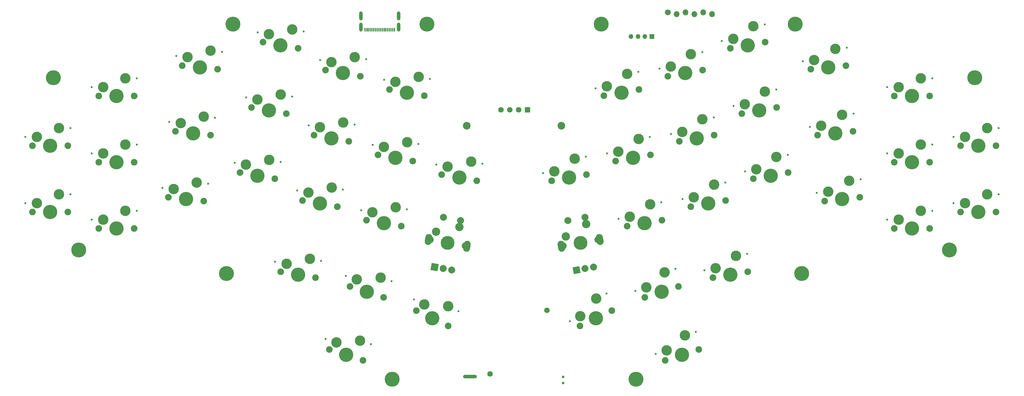
<source format=gts>
%TF.GenerationSoftware,KiCad,Pcbnew,(5.1.10)-1*%
%TF.CreationDate,2021-05-20T23:11:24+09:00*%
%TF.ProjectId,yacc46,79616363-3436-42e6-9b69-6361645f7063,rev?*%
%TF.SameCoordinates,Original*%
%TF.FileFunction,Soldermask,Top*%
%TF.FilePolarity,Negative*%
%FSLAX46Y46*%
G04 Gerber Fmt 4.6, Leading zero omitted, Abs format (unit mm)*
G04 Created by KiCad (PCBNEW (5.1.10)-1) date 2021-05-20 23:11:24*
%MOMM*%
%LPD*%
G01*
G04 APERTURE LIST*
%ADD10O,1.000000X2.550000*%
%ADD11R,0.300000X1.100000*%
%ADD12C,1.600000*%
%ADD13R,1.600000X1.600000*%
%ADD14C,4.100000*%
%ADD15C,1.900000*%
%ADD16C,3.000000*%
%ADD17C,0.600000*%
%ADD18O,4.000000X1.000000*%
%ADD19C,4.300000*%
%ADD20C,2.200000*%
%ADD21O,1.700000X1.700000*%
%ADD22C,1.700000*%
%ADD23R,1.350000X1.350000*%
%ADD24O,1.350000X1.350000*%
%ADD25C,2.400000*%
%ADD26C,3.987800*%
%ADD27C,2.000000*%
%ADD28C,0.100000*%
%ADD29C,0.750000*%
G04 APERTURE END LIST*
D10*
%TO.C,J1*%
X123000000Y-31730000D03*
X133800000Y-31730000D03*
X123000000Y-28500000D03*
X133800000Y-28500000D03*
D11*
X124650000Y-32450000D03*
X124150000Y-32450000D03*
X125650000Y-32450000D03*
X126650000Y-32450000D03*
X125150000Y-32450000D03*
X126150000Y-32450000D03*
X127650000Y-32450000D03*
X127150000Y-32450000D03*
X128650000Y-32450000D03*
X128150000Y-32450000D03*
X129650000Y-32450000D03*
X129150000Y-32450000D03*
X130650000Y-32450000D03*
X130150000Y-32450000D03*
X131650000Y-32450000D03*
X131150000Y-32450000D03*
X132150000Y-32450000D03*
X132650000Y-32450000D03*
%TD*%
D12*
%TO.C,ST1*%
X160100000Y-131500000D03*
X176400000Y-113200000D03*
%TD*%
%TO.C,J2*%
X163190000Y-55530000D03*
X165730000Y-55530000D03*
X168270000Y-55530000D03*
D13*
X170810000Y-55530000D03*
%TD*%
D14*
%TO.C,SW29*%
X182763670Y-75010850D03*
D15*
X187766493Y-74128717D03*
X177760847Y-75892983D03*
D16*
X178570486Y-73171038D03*
X184382949Y-69566960D03*
D17*
X187634784Y-68993574D03*
X175345241Y-73739736D03*
%TD*%
D18*
%TO.C,HOLE_ST*%
X154300000Y-132200000D03*
%TD*%
D19*
%TO.C,H1*%
X132000000Y-132949999D03*
%TD*%
%TO.C,H2*%
X84400000Y-102550000D03*
%TD*%
%TO.C,H3*%
X42000000Y-95800000D03*
%TD*%
%TO.C,H4*%
X34700000Y-46250000D03*
%TD*%
%TO.C,H5*%
X86250000Y-30850000D03*
%TD*%
%TO.C,H6*%
X142000000Y-30900000D03*
%TD*%
%TO.C,H7*%
X192000000Y-30900000D03*
%TD*%
%TO.C,H8*%
X247750000Y-30850000D03*
%TD*%
%TO.C,H9*%
X299300000Y-46250000D03*
%TD*%
%TO.C,H10*%
X292000000Y-95800000D03*
%TD*%
%TO.C,H11*%
X249600000Y-102550000D03*
%TD*%
%TO.C,H12*%
X202000000Y-132949998D03*
%TD*%
D20*
%TO.C,H13*%
X153400000Y-60100000D03*
%TD*%
%TO.C,H14*%
X180600000Y-60100000D03*
%TD*%
D21*
%TO.C,J4*%
X223824800Y-27965400D03*
X221284800Y-27508200D03*
X218744800Y-27965400D03*
X216204800Y-27508200D03*
X213664800Y-27965400D03*
D22*
X211124800Y-27508200D03*
%TD*%
D23*
%TO.C,J5*%
X206552800Y-34391600D03*
D24*
X204552800Y-34391600D03*
X202552800Y-34391600D03*
X200552800Y-34391600D03*
%TD*%
D14*
%TO.C,SW1*%
X52800000Y-51575000D03*
D15*
X57880000Y-51575000D03*
X47720000Y-51575000D03*
D16*
X48990000Y-49035000D03*
X55340000Y-46495000D03*
D17*
X58642000Y-46495000D03*
X45715000Y-49035000D03*
%TD*%
%TO.C,SW2*%
X69995304Y-40039858D03*
X83116991Y-38865012D03*
D16*
X79833079Y-38519859D03*
X73252363Y-40382189D03*
D15*
X71723818Y-42775523D03*
X81828160Y-43837533D03*
D14*
X76775989Y-43306528D03*
%TD*%
D17*
%TO.C,SW3*%
X93380267Y-33214266D03*
X106551944Y-32957604D03*
D16*
X103300108Y-32384218D03*
X96605513Y-33782964D03*
D15*
X94913741Y-36063842D03*
X104919387Y-37828108D03*
D14*
X99916564Y-36945975D03*
%TD*%
%TO.C,SW4*%
X117850152Y-44944120D03*
D15*
X122852975Y-45826253D03*
X112847329Y-44061987D03*
D16*
X114539101Y-41781109D03*
X121233696Y-40382363D03*
D17*
X124485532Y-40955749D03*
X111313855Y-41212411D03*
%TD*%
%TO.C,SW5*%
X129660943Y-46865482D03*
X142832620Y-46608820D03*
D16*
X139580784Y-46035434D03*
X132886189Y-47434180D03*
D15*
X131194417Y-49715058D03*
X141200063Y-51479324D03*
D14*
X136197240Y-50597191D03*
%TD*%
%TO.C,SW6*%
X33750000Y-65862500D03*
D15*
X38830000Y-65862500D03*
X28670000Y-65862500D03*
D16*
X29940000Y-63322500D03*
X36290000Y-60782500D03*
D17*
X39592000Y-60782500D03*
X26665000Y-63322500D03*
%TD*%
%TO.C,SW7*%
X45715000Y-68085000D03*
X58642000Y-65545000D03*
D16*
X55340000Y-65545000D03*
X48990000Y-68085000D03*
D15*
X47720000Y-70625000D03*
X57880000Y-70625000D03*
D14*
X52800000Y-70625000D03*
%TD*%
D17*
%TO.C,SW8*%
X68004036Y-58985500D03*
X81125723Y-57810654D03*
D16*
X77841811Y-57465501D03*
X71261095Y-59327831D03*
D15*
X69732550Y-61721165D03*
X79836892Y-62783175D03*
D14*
X74784721Y-62252170D03*
%TD*%
%TO.C,SW9*%
X96608566Y-55706563D03*
D15*
X101611389Y-56588696D03*
X91605743Y-54824430D03*
D16*
X93297515Y-52543552D03*
X99992110Y-51144806D03*
D17*
X103243946Y-51718192D03*
X90072269Y-51974854D03*
%TD*%
%TO.C,SW10*%
X108005857Y-59972999D03*
X121177534Y-59716337D03*
D16*
X117925698Y-59142951D03*
X111231103Y-60541697D03*
D15*
X109539331Y-62822575D03*
X119544977Y-64586841D03*
D14*
X114542154Y-63704708D03*
%TD*%
D17*
%TO.C,SW11*%
X126352945Y-65626070D03*
X139524622Y-65369408D03*
D16*
X136272786Y-64796022D03*
X129578191Y-66194768D03*
D15*
X127886419Y-68475646D03*
X137892065Y-70239912D03*
D14*
X132889242Y-69357779D03*
%TD*%
%TO.C,SW12*%
X151236330Y-75010850D03*
D15*
X156239153Y-75892983D03*
X146233507Y-74128717D03*
D16*
X147925279Y-71847839D03*
X154619874Y-70449093D03*
D17*
X157871710Y-71022479D03*
X144700033Y-71279141D03*
%TD*%
D14*
%TO.C,SW13*%
X33750000Y-84912500D03*
D15*
X38830000Y-84912500D03*
X28670000Y-84912500D03*
D16*
X29940000Y-82372500D03*
X36290000Y-79832500D03*
D17*
X39592000Y-79832500D03*
X26665000Y-82372500D03*
%TD*%
D14*
%TO.C,SW14*%
X52800000Y-89675000D03*
D15*
X57880000Y-89675000D03*
X47720000Y-89675000D03*
D16*
X48990000Y-87135000D03*
X55340000Y-84595000D03*
D17*
X58642000Y-84595000D03*
X45715000Y-87135000D03*
%TD*%
D14*
%TO.C,SW15*%
X72793454Y-81197812D03*
D15*
X77845625Y-81728817D03*
X67741283Y-80666807D03*
D16*
X69269828Y-78273473D03*
X75850544Y-76411143D03*
D17*
X79134456Y-76756296D03*
X66012769Y-77931142D03*
%TD*%
%TO.C,SW16*%
X86764271Y-70735442D03*
X99935948Y-70478780D03*
D16*
X96684112Y-69905394D03*
X89989517Y-71304140D03*
D15*
X88297745Y-73585018D03*
X98303391Y-75349284D03*
D14*
X93300568Y-74467151D03*
%TD*%
%TO.C,SW17*%
X111234156Y-82465295D03*
D15*
X116236979Y-83347428D03*
X106231333Y-81583162D03*
D16*
X107923105Y-79302284D03*
X114617700Y-77903538D03*
D17*
X117869536Y-78476924D03*
X104697859Y-78733586D03*
%TD*%
D14*
%TO.C,SW18*%
X129581244Y-88118367D03*
D15*
X134584067Y-89000500D03*
X124578421Y-87236234D03*
D16*
X126270193Y-84955356D03*
X132964788Y-83556610D03*
D17*
X136216624Y-84129996D03*
X123044947Y-84386658D03*
%TD*%
D25*
%TO.C,SW19*%
X151311876Y-89209681D03*
D26*
X147928332Y-93771438D03*
D25*
X144617281Y-90608427D03*
D27*
X142925509Y-92889305D03*
X152931155Y-94653571D03*
D28*
G36*
X144975111Y-101881832D02*
G01*
X143005495Y-101534536D01*
X143352791Y-99564920D01*
X145322407Y-99912216D01*
X144975111Y-101881832D01*
G37*
D27*
X146625971Y-101157496D03*
X149087990Y-101591617D03*
G36*
G01*
X142135572Y-94374701D02*
X142135572Y-94374701D01*
G75*
G02*
X141324412Y-93216245I173648J984808D01*
G01*
X141532790Y-92034475D01*
G75*
G02*
X142691246Y-91223315I984808J-173648D01*
G01*
X142691246Y-91223315D01*
G75*
G02*
X143502406Y-92381771I-173648J-984808D01*
G01*
X143294028Y-93563541D01*
G75*
G02*
X142135572Y-94374701I-984808J173648D01*
G01*
G37*
G36*
G01*
X153165418Y-96319561D02*
X153165418Y-96319561D01*
G75*
G02*
X152354258Y-95161105I173648J984808D01*
G01*
X152562636Y-93979335D01*
G75*
G02*
X153721092Y-93168175I984808J-173648D01*
G01*
X153721092Y-93168175D01*
G75*
G02*
X154532252Y-94326631I-173648J-984808D01*
G01*
X154323874Y-95508401D01*
G75*
G02*
X153165418Y-96319561I-984808J173648D01*
G01*
G37*
X146681850Y-86443663D03*
X151605889Y-87311904D03*
%TD*%
D17*
%TO.C,SW20*%
X98397586Y-99196287D03*
X111569263Y-98939625D03*
D16*
X108317427Y-98366239D03*
X101622832Y-99764985D03*
D15*
X99931060Y-102045863D03*
X109936706Y-103810129D03*
D14*
X104933883Y-102927996D03*
%TD*%
D17*
%TO.C,SW21*%
X118709046Y-103241793D03*
X131788256Y-104820772D03*
D16*
X128647868Y-103800398D03*
X121823756Y-104253824D03*
D15*
X119831011Y-106277056D03*
X129493745Y-109416668D03*
D14*
X124662378Y-107846862D03*
%TD*%
%TO.C,SW22*%
X143514303Y-115463534D03*
D15*
X148080177Y-117690459D03*
X138948429Y-113236609D03*
D16*
X141203360Y-111510403D03*
X148024165Y-112011123D03*
D17*
X150991983Y-113458624D03*
X138259810Y-110074738D03*
%TD*%
%TO.C,SW23*%
X112822272Y-121359419D03*
X125901482Y-122938398D03*
D16*
X122761094Y-121918024D03*
X115936982Y-122371450D03*
D15*
X113944237Y-124394682D03*
X123606971Y-127534294D03*
D14*
X118775604Y-125964488D03*
%TD*%
D17*
%TO.C,SW24*%
X190384331Y-49326077D03*
X202673874Y-44579915D03*
D16*
X199422039Y-45153301D03*
X193609576Y-48757379D03*
D15*
X192799937Y-51479324D03*
X202805583Y-49715058D03*
D14*
X197802760Y-50597191D03*
%TD*%
%TO.C,SW25*%
X216149848Y-44944120D03*
D15*
X221152671Y-44061987D03*
X211147025Y-45826253D03*
D16*
X211956664Y-43104308D03*
X217769127Y-39500230D03*
D17*
X221020962Y-38926844D03*
X208731419Y-43673006D03*
%TD*%
%TO.C,SW26*%
X226665007Y-35674861D03*
X238954550Y-30928699D03*
D16*
X235702715Y-31502085D03*
X229890252Y-35106163D03*
D15*
X229080613Y-37828108D03*
X239086259Y-36063842D03*
D14*
X234083436Y-36945975D03*
%TD*%
%TO.C,SW27*%
X257224011Y-43306528D03*
D15*
X262276182Y-42775523D03*
X252171840Y-43837533D03*
D16*
X253169380Y-41178696D03*
X259219092Y-37988854D03*
D17*
X262503003Y-37643701D03*
X249912321Y-41521027D03*
%TD*%
%TO.C,SW28*%
X274115000Y-49035000D03*
X287042000Y-46495000D03*
D16*
X283740000Y-46495000D03*
X277390000Y-49035000D03*
D15*
X276120000Y-51575000D03*
X286280000Y-51575000D03*
D14*
X281200000Y-51575000D03*
%TD*%
D17*
%TO.C,SW30*%
X193692329Y-68086665D03*
X205981872Y-63340503D03*
D16*
X202730037Y-63913889D03*
X196917574Y-67517967D03*
D15*
X196107935Y-70239912D03*
X206113581Y-68475646D03*
D14*
X201110758Y-69357779D03*
%TD*%
%TO.C,SW31*%
X219457846Y-63704708D03*
D15*
X224460669Y-62822575D03*
X214455023Y-64586841D03*
D16*
X215264662Y-61864896D03*
X221077125Y-58260818D03*
D17*
X224328960Y-57687432D03*
X212039417Y-62433594D03*
%TD*%
%TO.C,SW32*%
X229973005Y-54435449D03*
X242262548Y-49689287D03*
D16*
X239010713Y-50262673D03*
X233198250Y-53866751D03*
D15*
X232388611Y-56588696D03*
X242394257Y-54824430D03*
D14*
X237391434Y-55706563D03*
%TD*%
%TO.C,SW33*%
X259215279Y-62252170D03*
D15*
X264267450Y-61721165D03*
X254163108Y-62783175D03*
D16*
X255160648Y-60124338D03*
X261210360Y-56934496D03*
D17*
X264494271Y-56589343D03*
X251903589Y-60466669D03*
%TD*%
%TO.C,SW34*%
X274115000Y-68085000D03*
X287042000Y-65545000D03*
D16*
X283740000Y-65545000D03*
X277390000Y-68085000D03*
D15*
X276120000Y-70625000D03*
X286280000Y-70625000D03*
D14*
X281200000Y-70625000D03*
%TD*%
%TO.C,SW35*%
X300250000Y-65862500D03*
D15*
X305330000Y-65862500D03*
X295170000Y-65862500D03*
D16*
X296440000Y-63322500D03*
X302790000Y-60782500D03*
D17*
X306092000Y-60782500D03*
X293165000Y-63322500D03*
%TD*%
D27*
%TO.C,SW36*%
X187318150Y-86443663D03*
X182394111Y-87311904D03*
G36*
G01*
X191864428Y-94374701D02*
X191864428Y-94374701D01*
G75*
G02*
X190705972Y-93563541I-173648J984808D01*
G01*
X190497594Y-92381771D01*
G75*
G02*
X191308754Y-91223315I984808J173648D01*
G01*
X191308754Y-91223315D01*
G75*
G02*
X192467210Y-92034475I173648J-984808D01*
G01*
X192675588Y-93216245D01*
G75*
G02*
X191864428Y-94374701I-984808J-173648D01*
G01*
G37*
G36*
G01*
X180834582Y-96319561D02*
X180834582Y-96319561D01*
G75*
G02*
X179676126Y-95508401I-173648J984808D01*
G01*
X179467748Y-94326631D01*
G75*
G02*
X180278908Y-93168175I984808J173648D01*
G01*
X180278908Y-93168175D01*
G75*
G02*
X181437364Y-93979335I173648J-984808D01*
G01*
X181645742Y-95161105D01*
G75*
G02*
X180834582Y-96319561I-984808J-173648D01*
G01*
G37*
X189836049Y-100723376D03*
X187374029Y-101157496D03*
D28*
G36*
X186070466Y-102402777D02*
G01*
X184100850Y-102750073D01*
X183753554Y-100780457D01*
X185723170Y-100433161D01*
X186070466Y-102402777D01*
G37*
D27*
X191074491Y-92889305D03*
X181068845Y-94653571D03*
D25*
X181878484Y-91931626D03*
D26*
X186071668Y-93771438D03*
D25*
X187690947Y-88327548D03*
%TD*%
D17*
%TO.C,SW37*%
X197000327Y-86847253D03*
X209289870Y-82101091D03*
D16*
X206038035Y-82674477D03*
X200225572Y-86278555D03*
D15*
X199415933Y-89000500D03*
X209421579Y-87236234D03*
D14*
X204418756Y-88118367D03*
%TD*%
%TO.C,SW38*%
X222765844Y-82465295D03*
D15*
X227768667Y-81583162D03*
X217763021Y-83347428D03*
D16*
X218572660Y-80625483D03*
X224385123Y-77021405D03*
D17*
X227636958Y-76448019D03*
X215347415Y-81194181D03*
%TD*%
%TO.C,SW39*%
X233281003Y-73196037D03*
X245570546Y-68449875D03*
D16*
X242318711Y-69023261D03*
X236506248Y-72627339D03*
D15*
X235696609Y-75349284D03*
X245702255Y-73585018D03*
D14*
X240699432Y-74467151D03*
%TD*%
%TO.C,SW40*%
X261206546Y-81197812D03*
D15*
X266258717Y-80666807D03*
X256154375Y-81728817D03*
D16*
X257151915Y-79069980D03*
X263201627Y-75880138D03*
D17*
X266485538Y-75534985D03*
X253894856Y-79412311D03*
%TD*%
%TO.C,SW41*%
X274115000Y-87135000D03*
X287042000Y-84595000D03*
D16*
X283740000Y-84595000D03*
X277390000Y-87135000D03*
D15*
X276120000Y-89675000D03*
X286280000Y-89675000D03*
D14*
X281200000Y-89675000D03*
%TD*%
%TO.C,SW42*%
X300250000Y-84912500D03*
D15*
X305330000Y-84912500D03*
X295170000Y-84912500D03*
D16*
X296440000Y-82372500D03*
X302790000Y-79832500D03*
D17*
X306092000Y-79832500D03*
X293165000Y-82372500D03*
%TD*%
%TO.C,SW43*%
X183004278Y-116286457D03*
X193509526Y-108336696D03*
D16*
X190541708Y-109784198D03*
X185947829Y-114850791D03*
D15*
X185919823Y-117690459D03*
X195051571Y-113236609D03*
D14*
X190485697Y-115463534D03*
%TD*%
%TO.C,SW44*%
X209337622Y-107846862D03*
D15*
X214168989Y-106277056D03*
X204506255Y-109416668D03*
D16*
X204929194Y-106608533D03*
X210183499Y-102230592D03*
D17*
X213323888Y-101210218D03*
X201814483Y-107620564D03*
%TD*%
%TO.C,SW45*%
X221647688Y-101656882D03*
X233937231Y-96910720D03*
D16*
X230685396Y-97484106D03*
X224872933Y-101088184D03*
D15*
X224063294Y-103810129D03*
X234068940Y-102045863D03*
D14*
X229066117Y-102927996D03*
%TD*%
%TO.C,SW46*%
X215224396Y-125964488D03*
D15*
X220055763Y-124394682D03*
X210393029Y-127534294D03*
D16*
X210815968Y-124726159D03*
X216070273Y-120348218D03*
D17*
X219210662Y-119327844D03*
X207701257Y-125738190D03*
%TD*%
D29*
%TO.C,SW47*%
X181051200Y-132297600D03*
X181051200Y-134097600D03*
%TD*%
M02*

</source>
